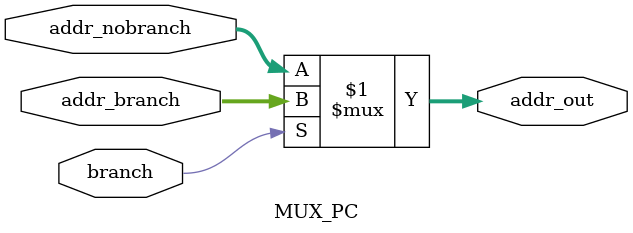
<source format=v>
module MUX_PC(branch , addr_branch , addr_nobranch , addr_out);
input branch;
input [31:0] addr_branch , addr_nobranch;
output [31:0] addr_out;
assign addr_out = branch? addr_branch : addr_nobranch;
endmodule

</source>
